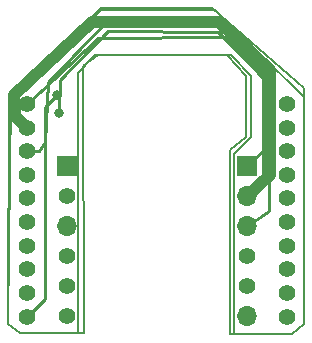
<source format=gbl>
<<<<<<< HEAD
G04 #@! TF.GenerationSoftware,KiCad,Pcbnew,7.99.0-unknown-556120554e~172~ubuntu22.04.1*
G04 #@! TF.CreationDate,2023-08-17T23:45:12+09:00*
=======
G04 #@! TF.GenerationSoftware,KiCad,Pcbnew,7.99.0-unknown-4c4bbdc8f3~172~ubuntu22.04.1*
G04 #@! TF.CreationDate,2023-08-08T20:27:13+09:00*
>>>>>>> 19db055ad74dc80f637f43bf08fee7929738abcf
G04 #@! TF.ProjectId,bGeigieCast V1.6.0(StampS3),62476569-6769-4654-9361-73742056312e,rev?*
G04 #@! TF.SameCoordinates,Original*
G04 #@! TF.FileFunction,Copper,L2,Bot*
G04 #@! TF.FilePolarity,Positive*
%FSLAX46Y46*%
G04 Gerber Fmt 4.6, Leading zero omitted, Abs format (unit mm)*
<<<<<<< HEAD
G04 Created by KiCad (PCBNEW 7.99.0-unknown-556120554e~172~ubuntu22.04.1) date 2023-08-17 23:45:12*
=======
G04 Created by KiCad (PCBNEW 7.99.0-unknown-4c4bbdc8f3~172~ubuntu22.04.1) date 2023-08-08 20:27:13*
>>>>>>> 19db055ad74dc80f637f43bf08fee7929738abcf
%MOMM*%
%LPD*%
G01*
G04 APERTURE LIST*
G04 #@! TA.AperFunction,ComponentPad*
<<<<<<< HEAD
%ADD10C,1.400000*%
G04 #@! TD*
G04 #@! TA.AperFunction,ComponentPad*
%ADD11R,1.700000X1.700000*%
G04 #@! TD*
G04 #@! TA.AperFunction,ComponentPad*
%ADD12O,1.700000X1.700000*%
=======
%ADD10R,1.700000X1.700000*%
G04 #@! TD*
G04 #@! TA.AperFunction,ComponentPad*
%ADD11O,1.700000X1.700000*%
G04 #@! TD*
G04 #@! TA.AperFunction,ComponentPad*
%ADD12C,1.400000*%
>>>>>>> 19db055ad74dc80f637f43bf08fee7929738abcf
G04 #@! TD*
G04 #@! TA.AperFunction,ViaPad*
%ADD13C,0.800000*%
G04 #@! TD*
G04 #@! TA.AperFunction,Conductor*
<<<<<<< HEAD
%ADD14C,0.500000*%
G04 #@! TD*
G04 #@! TA.AperFunction,Conductor*
%ADD15C,0.250000*%
=======
%ADD14C,0.250000*%
G04 #@! TD*
G04 #@! TA.AperFunction,Conductor*
%ADD15C,1.000000*%
>>>>>>> 19db055ad74dc80f637f43bf08fee7929738abcf
G04 #@! TD*
G04 #@! TA.AperFunction,Profile*
%ADD16C,0.150000*%
G04 #@! TD*
G04 APERTURE END LIST*
D10*
<<<<<<< HEAD
=======
X156050000Y-104592000D03*
D11*
X156050000Y-107132000D03*
X156050000Y-109672000D03*
X156050000Y-117292000D03*
D10*
X140796000Y-104592000D03*
D11*
X140796000Y-109672000D03*
D12*
>>>>>>> 19db055ad74dc80f637f43bf08fee7929738abcf
X137400000Y-99350000D03*
X137400000Y-101350000D03*
X137400000Y-103350000D03*
X137400000Y-105350000D03*
X137400000Y-107350000D03*
X137400000Y-109350000D03*
X137400000Y-111350000D03*
X137400000Y-113350000D03*
X137400000Y-115350000D03*
X137400000Y-117350000D03*
X159400000Y-117350000D03*
X159400000Y-115350000D03*
X159400000Y-113350000D03*
X159400000Y-111350000D03*
X159400000Y-109350000D03*
X159400000Y-107350000D03*
X159400000Y-105350000D03*
X159400000Y-103350000D03*
X159400000Y-101350000D03*
X159400000Y-99350000D03*
<<<<<<< HEAD
D11*
X140796000Y-104592000D03*
D12*
X140796000Y-107132000D03*
X140796000Y-109672000D03*
X140796000Y-112212000D03*
X140796000Y-114752000D03*
X140796000Y-117292000D03*
D11*
X156050000Y-104592000D03*
D12*
X156050000Y-107132000D03*
X156050000Y-109672000D03*
X156050000Y-112212000D03*
X156050000Y-114752000D03*
X156050000Y-117292000D03*
D13*
X139987000Y-98623000D03*
D14*
X137400000Y-117350000D02*
X138971000Y-115895000D01*
X138971000Y-115895000D02*
X138971000Y-99639000D01*
X138971000Y-99639000D02*
X139987000Y-98623000D01*
D15*
X153703000Y-92400000D02*
X142908000Y-92400000D01*
X158021000Y-105354000D02*
X158021000Y-96464000D01*
X136304000Y-98623000D02*
X136375000Y-100325000D01*
X156050000Y-107132000D02*
X158021000Y-105354000D01*
X158021000Y-96464000D02*
X153703000Y-92400000D01*
X142908000Y-92400000D02*
X136304000Y-98623000D01*
X136375000Y-100325000D02*
X137400000Y-101350000D01*
D14*
X157386000Y-103322000D02*
X156050000Y-104592000D01*
X143416000Y-93797000D02*
X154084000Y-93670000D01*
X137400000Y-99350000D02*
X143416000Y-93797000D01*
X154084000Y-93670000D02*
X157386000Y-96718000D01*
X157386000Y-96718000D02*
X157386000Y-103322000D01*
D16*
X135836040Y-117988000D02*
X136850000Y-118750000D01*
X135923000Y-98496000D02*
X135836040Y-117988000D01*
X141765000Y-118741000D02*
X136850000Y-118750000D01*
X159832000Y-118816000D02*
X154973000Y-118816000D01*
X160850000Y-117950000D02*
X160866000Y-97996000D01*
X143670000Y-91257000D02*
X135923000Y-98496000D01*
X160850000Y-117950000D02*
X159832000Y-118816000D01*
X141765000Y-96718000D02*
X141765000Y-118741000D01*
X156360127Y-102138500D02*
X154973000Y-103576000D01*
X154719000Y-95194000D02*
X156370000Y-96972000D01*
X154973000Y-103576000D02*
X154973000Y-118816000D01*
X153068000Y-91257000D02*
X143670000Y-91257000D01*
X143162000Y-95194000D02*
X141765000Y-96718000D01*
X154719000Y-95194000D02*
X143162000Y-95194000D01*
X156379872Y-96972000D02*
X156360127Y-102138500D01*
X153068000Y-91257000D02*
X160866000Y-97996000D01*
=======
D13*
X140114000Y-100147000D03*
D14*
X140114000Y-100147000D02*
X140241000Y-97353000D01*
X140241000Y-97353000D02*
X144305000Y-93162000D01*
X144305000Y-93162000D02*
X153576000Y-93289000D01*
X153576000Y-93289000D02*
X157513000Y-97226000D01*
X157513000Y-97226000D02*
X157386000Y-105989000D01*
X157386000Y-105989000D02*
X156050000Y-107132000D01*
X137400000Y-103350000D02*
X138463000Y-103322000D01*
X153576000Y-92527000D02*
X158021000Y-97093634D01*
X138463000Y-103322000D02*
X138971000Y-102560000D01*
X138971000Y-102560000D02*
X139225000Y-97480000D01*
X139225000Y-97480000D02*
X144051000Y-92527000D01*
X144051000Y-92527000D02*
X153576000Y-92527000D01*
X158021000Y-97093634D02*
X157894000Y-108402000D01*
X157894000Y-108402000D02*
X156050000Y-109672000D01*
D15*
X137428000Y-103322000D02*
X137400000Y-103350000D01*
D16*
X135836040Y-117988000D02*
X136850000Y-118750000D01*
X136050000Y-98750000D02*
X135836040Y-117988000D01*
X142273000Y-118741000D02*
X136850000Y-118750000D01*
X159832000Y-118816000D02*
X154593020Y-118816000D01*
X160850000Y-117950000D02*
X160866000Y-98766000D01*
X143670000Y-91384000D02*
X136050000Y-98750000D01*
X160850000Y-117950000D02*
X159832000Y-118816000D01*
X142185490Y-96164000D02*
X142273000Y-118741000D01*
X155969255Y-102138500D02*
X154592000Y-103235500D01*
X154338000Y-95194000D02*
X155989000Y-96972000D01*
X154592000Y-103235500D02*
X154593020Y-118816000D01*
X153322000Y-91384000D02*
X143670000Y-91384000D01*
X143416000Y-95240000D02*
X142185490Y-96164000D01*
X154338000Y-95194000D02*
X143416000Y-95240000D01*
X155989000Y-96972000D02*
X155969255Y-102138500D01*
X153322000Y-91384000D02*
X160866000Y-98766000D01*
>>>>>>> 19db055ad74dc80f637f43bf08fee7929738abcf
M02*

</source>
